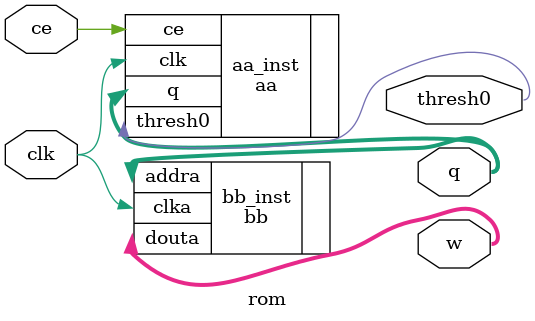
<source format=v>
module rom(
    clk, ce, thresh0, q, w
);
    input clk;
    input ce;
    output thresh0;
    output [2:0] q;
    output [3:0] w;

    aa aa_inst (
        .clk(clk),
        .ce(ce),
        .thresh0(thresh0),
        .q(q)
    );

    bb bb_inst (
        .clka(clk),
        .addra(q),
        .douta(w)
    );
endmodule

</source>
